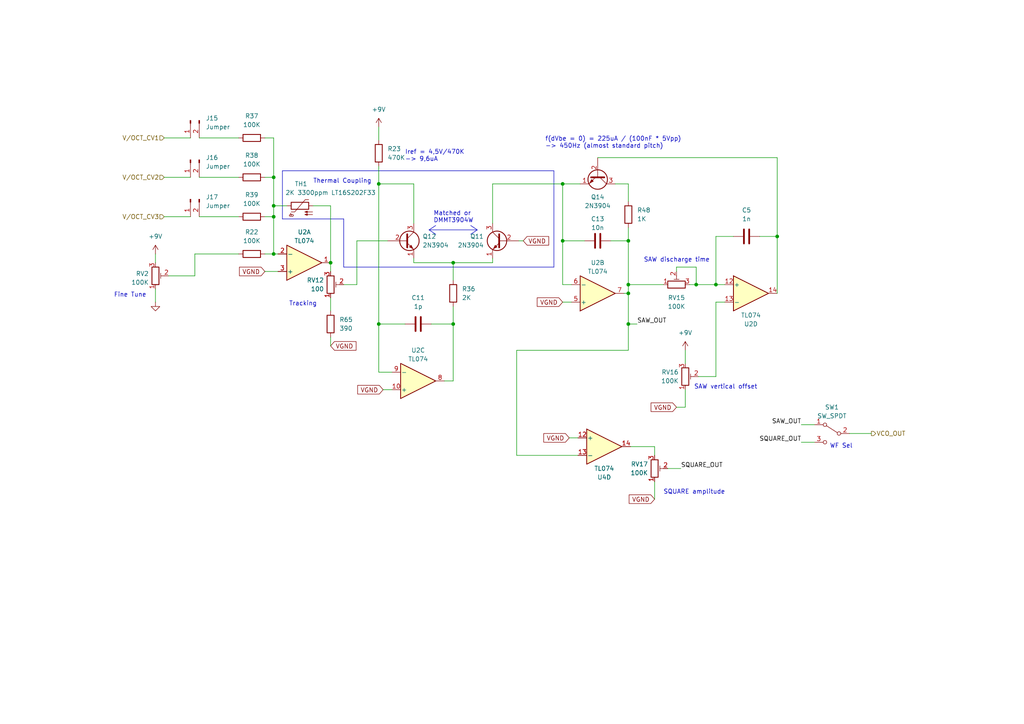
<source format=kicad_sch>
(kicad_sch (version 20230121) (generator eeschema)
  (paper "A4")
  (title_block (title "Liv Synth - VCO") (date "2022-07-18") (rev "${Version}") (company "SloBlo Labs"))
  (lib_symbols
    (symbol "Amplifier_Operational:TL074" (pin_names (offset 0.127))
      (property "Reference" "U" (at 0 5.08 0))
      (property "Value" "TL074" (at 0 -5.08 0))
      (symbol "TL074_1_1"
        (polyline (pts (xy -5.08 5.08) (xy 5.08 0) (xy -5.08 -5.08) (xy -5.08 5.08)) (stroke (width 0.254)) (fill (type background)))
        (pin output line (at 7.62 0 180) (length 2.54) (name "~") (number "1"))
        (pin input line (at -7.62 -2.54 0) (length 2.54) (name "-") (number "2"))
        (pin input line (at -7.62 2.54 0) (length 2.54) (name "+") (number "3"))
      )
      (symbol "TL074_2_1"
        (polyline (pts (xy -5.08 5.08) (xy 5.08 0) (xy -5.08 -5.08) (xy -5.08 5.08)) (stroke (width 0.254)) (fill (type background)))
        (pin input line (at -7.62 2.54 0) (length 2.54) (name "+") (number "5"))
        (pin input line (at -7.62 -2.54 0) (length 2.54) (name "-") (number "6"))
        (pin output line (at 7.62 0 180) (length 2.54) (name "~") (number "7"))
      )
      (symbol "TL074_3_1"
        (polyline (pts (xy -5.08 5.08) (xy 5.08 0) (xy -5.08 -5.08) (xy -5.08 5.08)) (stroke (width 0.254)) (fill (type background)))
        (pin input line (at -7.62 2.54 0) (length 2.54) (name "+") (number "10"))
        (pin output line (at 7.62 0 180) (length 2.54) (name "~") (number "8"))
        (pin input line (at -7.62 -2.54 0) (length 2.54) (name "-") (number "9"))
      )
      (symbol "TL074_4_1"
        (polyline (pts (xy -5.08 5.08) (xy 5.08 0) (xy -5.08 -5.08) (xy -5.08 5.08)) (stroke (width 0.254)) (fill (type background)))
        (pin input line (at -7.62 2.54 0) (length 2.54) (name "+") (number "12"))
        (pin input line (at -7.62 -2.54 0) (length 2.54) (name "-") (number "13"))
        (pin output line (at 7.62 0 180) (length 2.54) (name "~") (number "14"))
      )
      (symbol "TL074_5_1"
        (pin power_in line (at -2.54 -7.62 90) (length 3.81) (name "V-") (number "11"))
        (pin power_in line (at -2.54 7.62 270) (length 3.81) (name "V+") (number "4"))
      )
    )
    (symbol "Connector:Conn_01x02_Male" (pin_names (offset 1.016) hide)
      (property "Reference" "J" (at 0 2.54 0))
      (property "Value" "Conn_01x02_Male" (at 0 -5.08 0))
      (symbol "Conn_01x02_Male_1_1"
        (polyline (pts (xy 1.27 -2.54) (xy 0.8636 -2.54)) (stroke (width 0.1524)))
        (polyline (pts (xy 1.27 0) (xy 0.8636 0)) (stroke (width 0.1524)))
        (rectangle (start 0.8636 -2.413) (end 0 -2.667) (stroke (width 0.1524)) (fill (type outline)))
        (rectangle (start 0.8636 0.127) (end 0 -0.127) (stroke (width 0.1524)) (fill (type outline)))
        (pin passive line (at 5.08 0 180) (length 3.81) (name "Pin_1") (number "1"))
        (pin passive line (at 5.08 -2.54 180) (length 3.81) (name "Pin_2") (number "2"))
      )
    )
    (symbol "Device:C" (pin_numbers hide) (pin_names (offset 0.254))
      (property "Reference" "C" (at 0.635 2.54 0))
      (property "Value" "C" (at 0.635 -2.54 0))
      (symbol "C_0_1"
        (polyline (pts (xy -2.032 -0.762) (xy 2.032 -0.762)) (stroke (width 0.508)))
        (polyline (pts (xy -2.032 0.762) (xy 2.032 0.762)) (stroke (width 0.508)))
      )
      (symbol "C_1_1"
        (pin passive line (at 0 3.81 270) (length 2.794) (name "~") (number "1"))
        (pin passive line (at 0 -3.81 90) (length 2.794) (name "~") (number "2"))
      )
    )
    (symbol "Device:R" (pin_numbers hide) (pin_names (offset 0))
      (property "Reference" "R" (at 2.032 0 90))
      (property "Value" "R" (at 0 0 90))
      (symbol "R_0_1"
        (rectangle (start -1.016 -2.54) (end 1.016 2.54) (stroke (width 0.254)))
      )
      (symbol "R_1_1"
        (pin passive line (at 0 3.81 270) (length 1.27) (name "~") (number "1"))
        (pin passive line (at 0 -3.81 90) (length 1.27) (name "~") (number "2"))
      )
    )
    (symbol "Device:R_Potentiometer_Trim" (pin_names (offset 1.016) hide)
      (property "Reference" "RV" (at -4.445 0 90))
      (property "Value" "R_Potentiometer_Trim" (at -2.54 0 90))
      (symbol "R_Potentiometer_Trim_0_1"
        (polyline (pts (xy 1.524 0.762) (xy 1.524 -0.762)))
        (polyline (pts (xy 2.54 0) (xy 1.524 0)))
        (rectangle (start 1.016 2.54) (end -1.016 -2.54) (stroke (width 0.254)))
      )
      (symbol "R_Potentiometer_Trim_1_1"
        (pin passive line (at 0 3.81 270) (length 1.27) (name "1") (number "1"))
        (pin passive line (at 3.81 0 180) (length 1.27) (name "2") (number "2"))
        (pin passive line (at 0 -3.81 90) (length 1.27) (name "3") (number "3"))
      )
    )
    (symbol "Device:Thermistor_PTC" (pin_numbers hide) (pin_names (offset 0))
      (property "Reference" "TH" (at -4.064 0 90))
      (property "Value" "Thermistor_PTC" (at 3.048 0 90))
      (symbol "Thermistor_PTC_0_1"
        (arc (start -3.048 2.159) (mid -3.0495 2.3143) (end -3.175 2.413))
        (arc (start -3.048 2.159) (mid -2.9736 1.9794) (end -2.794 1.905))
        (arc (start -3.048 2.794) (mid -2.9736 2.6144) (end -2.794 2.54))
        (arc (start -2.794 1.905) (mid -2.6144 1.9794) (end -2.54 2.159))
        (arc (start -2.794 2.54) (mid -2.4393 2.5587) (end -2.159 2.794))
        (arc (start -2.794 3.048) (mid -2.9736 2.9736) (end -3.048 2.794))
        (arc (start -2.54 2.794) (mid -2.6144 2.9736) (end -2.794 3.048))
        (rectangle (start -1.016 2.54) (end 1.016 -2.54) (stroke (width 0.254)))
        (polyline (pts (xy -2.54 2.159) (xy -2.54 2.794)))
        (polyline (pts (xy -1.778 2.54) (xy -1.778 1.524) (xy 1.778 -1.524) (xy 1.778 -2.54)))
        (polyline (pts (xy -2.54 -3.683) (xy -2.54 -1.397) (xy -2.794 -2.159) (xy -2.286 -2.159) (xy -2.54 -1.397) (xy -2.54 -1.651)) (fill (type outline)))
        (polyline (pts (xy -1.778 -3.683) (xy -1.778 -1.397) (xy -2.032 -2.159) (xy -1.524 -2.159) (xy -1.778 -1.397) (xy -1.778 -1.651)) (fill (type outline)))
      )
      (symbol "Thermistor_PTC_1_1"
        (pin passive line (at 0 3.81 270) (length 1.27) (name "~") (number "1"))
        (pin passive line (at 0 -3.81 90) (length 1.27) (name "~") (number "2"))
      )
    )
    (symbol "Switch:SW_SPDT" (pin_names (offset 0) hide)
      (property "Reference" "SW" (at 0 4.318 0))
      (property "Value" "SW_SPDT" (at 0 -5.08 0))
      (symbol "SW_SPDT_0_0"
        (circle (center -2.032 0) (radius 0.508))
        (circle (center 2.032 -2.54) (radius 0.508))
      )
      (symbol "SW_SPDT_0_1"
        (polyline (pts (xy -1.524 0.254) (xy 1.651 2.286)))
        (circle (center 2.032 2.54) (radius 0.508))
      )
      (symbol "SW_SPDT_1_1"
        (pin passive line (at 5.08 2.54 180) (length 2.54) (name "A") (number "1"))
        (pin passive line (at -5.08 0 0) (length 2.54) (name "B") (number "2"))
        (pin passive line (at 5.08 -2.54 180) (length 2.54) (name "C") (number "3"))
      )
    )
    (symbol "Transistor_BJT:2N3904" (pin_names (offset 0) hide)
      (property "Reference" "Q" (at 5.08 1.905 0))
      (property "Value" "2N3904" (at 5.08 0 0))
      (symbol "2N3904_0_1"
        (polyline (pts (xy 0.635 0.635) (xy 2.54 2.54)))
        (polyline (pts (xy 0.635 -0.635) (xy 2.54 -2.54) (xy 2.54 -2.54)))
        (polyline (pts (xy 0.635 1.905) (xy 0.635 -1.905) (xy 0.635 -1.905)) (stroke (width 0.508)))
        (polyline (pts (xy 1.27 -1.778) (xy 1.778 -1.27) (xy 2.286 -2.286) (xy 1.27 -1.778) (xy 1.27 -1.778)) (fill (type outline)))
        (circle (center 1.27 0) (radius 2.8194) (stroke (width 0.254)))
      )
      (symbol "2N3904_1_1"
        (pin passive line (at 2.54 -5.08 90) (length 2.54) (name "E") (number "1"))
        (pin passive line (at -5.08 0 0) (length 5.715) (name "B") (number "2"))
        (pin passive line (at 2.54 5.08 270) (length 2.54) (name "C") (number "3"))
      )
    )
    (symbol "power:+9V" (power) (pin_names (offset 0))
      (property "Value" "+9V" (at 0 3.556 0))
      (symbol "+9V_0_1"
        (polyline (pts (xy -0.762 1.27) (xy 0 2.54)))
        (polyline (pts (xy 0 0) (xy 0 2.54)))
        (polyline (pts (xy 0 2.54) (xy 0.762 1.27)))
      )
      (symbol "+9V_1_1"
        (pin power_in line (at 0 0 90) (length 0) hide (name "+9V") (number "1"))
      )
    )
    (symbol "power:GND" (power) (pin_names (offset 0))
      (property "Value" "GND" (at 0 -3.81 0))
      (symbol "GND_0_1"
        (polyline (pts (xy 0 0) (xy 0 -1.27) (xy 1.27 -1.27) (xy 0 -2.54) (xy -1.27 -1.27) (xy 0 -1.27)))
      )
      (symbol "GND_1_1"
        (pin power_in line (at 0 0 270) (length 0) hide (name "GND") (number "1"))
      )
    )
  )
  (junction (at 79.375 59.69))
  (junction (at 201.93 82.55))
  (junction (at 207.645 82.55))
  (junction (at 79.375 73.66))
  (junction (at 95.885 76.2))
  (junction (at 109.855 93.98))
  (junction (at 131.445 93.98))
  (junction (at 163.195 69.85))
  (junction (at 225.425 68.58))
  (junction (at 182.245 69.85))
  (junction (at 79.375 51.435))
  (junction (at 182.245 82.55))
  (junction (at 182.245 85.09))
  (junction (at 163.195 53.34))
  (junction (at 182.245 93.98))
  (junction (at 109.855 53.34))
  (junction (at 79.375 62.865))
  (junction (at 131.445 76.2))
  (wire (pts (xy 177.165 69.85) (xy 182.245 69.85)))
  (wire (pts (xy 79.375 73.66) (xy 80.645 73.66)))
  (polyline (pts (xy 81.915 49.53) (xy 160.655 49.53)))
  (wire (pts (xy 149.86 101.6) (xy 149.86 132.08)))
  (wire (pts (xy 109.855 36.83) (xy 109.855 40.64)))
  (wire (pts (xy 207.645 109.22) (xy 202.565 109.22)))
  (wire (pts (xy 178.435 53.34) (xy 182.245 53.34)))
  (wire (pts (xy 201.93 77.47) (xy 201.93 82.55)))
  (wire (pts (xy 196.215 118.11) (xy 198.755 118.11)))
  (wire (pts (xy 163.195 82.55) (xy 165.735 82.55)))
  (wire (pts (xy 182.245 66.04) (xy 182.245 69.85)))
  (wire (pts (xy 149.86 101.6) (xy 182.245 101.6)))
  (wire (pts (xy 109.855 93.98) (xy 117.475 93.98)))
  (wire (pts (xy 207.645 68.58) (xy 207.645 82.55)))
  (wire (pts (xy 131.445 110.49) (xy 131.445 93.98)))
  (wire (pts (xy 163.195 82.55) (xy 163.195 69.85)))
  (wire (pts (xy 95.885 97.79) (xy 95.885 100.33)))
  (wire (pts (xy 232.41 123.19) (xy 236.22 123.19)))
  (wire (pts (xy 193.675 135.89) (xy 197.485 135.89)))
  (wire (pts (xy 212.725 68.58) (xy 207.645 68.58)))
  (wire (pts (xy 76.835 73.66) (xy 79.375 73.66)))
  (wire (pts (xy 142.875 53.34) (xy 163.195 53.34)))
  (wire (pts (xy 56.515 80.01) (xy 56.515 73.66)))
  (wire (pts (xy 109.855 48.26) (xy 109.855 53.34)))
  (wire (pts (xy 220.345 68.58) (xy 225.425 68.58)))
  (wire (pts (xy 57.785 51.435) (xy 69.215 51.435)))
  (wire (pts (xy 128.905 110.49) (xy 131.445 110.49)))
  (wire (pts (xy 120.015 53.34) (xy 120.015 64.77)))
  (wire (pts (xy 198.755 118.11) (xy 198.755 113.03)))
  (wire (pts (xy 182.245 93.98) (xy 184.785 93.98)))
  (polyline (pts (xy 136.525 65.405) (xy 138.43 66.675)))
  (wire (pts (xy 103.505 69.85) (xy 103.505 82.55)))
  (wire (pts (xy 173.355 45.72) (xy 225.425 45.72)))
  (wire (pts (xy 95.885 86.36) (xy 95.885 90.17)))
  (wire (pts (xy 47.625 40.005) (xy 55.245 40.005)))
  (wire (pts (xy 109.855 53.34) (xy 120.015 53.34)))
  (polyline (pts (xy 126.365 65.405) (xy 124.46 66.675)))
  (wire (pts (xy 207.645 87.63) (xy 207.645 109.22)))
  (wire (pts (xy 225.425 68.58) (xy 225.425 45.72)))
  (wire (pts (xy 109.855 53.34) (xy 109.855 93.98)))
  (wire (pts (xy 120.015 76.2) (xy 131.445 76.2)))
  (wire (pts (xy 182.245 53.34) (xy 182.245 58.42)))
  (wire (pts (xy 210.185 87.63) (xy 207.645 87.63)))
  (wire (pts (xy 163.195 69.85) (xy 163.195 53.34)))
  (wire (pts (xy 182.245 85.09) (xy 180.975 85.09)))
  (wire (pts (xy 196.215 77.47) (xy 201.93 77.47)))
  (wire (pts (xy 109.855 93.98) (xy 109.855 107.95)))
  (wire (pts (xy 246.38 125.73) (xy 252.73 125.73)))
  (polyline (pts (xy 160.655 77.47) (xy 99.695 77.47)))
  (wire (pts (xy 76.835 51.435) (xy 79.375 51.435)))
  (wire (pts (xy 163.195 87.63) (xy 165.735 87.63)))
  (wire (pts (xy 47.625 62.865) (xy 55.245 62.865)))
  (wire (pts (xy 111.125 113.03) (xy 113.665 113.03)))
  (wire (pts (xy 79.375 51.435) (xy 79.375 59.69)))
  (wire (pts (xy 79.375 62.865) (xy 79.375 59.69)))
  (wire (pts (xy 182.245 69.85) (xy 182.245 82.55)))
  (polyline (pts (xy 160.655 49.53) (xy 160.655 77.47)))
  (wire (pts (xy 79.375 40.005) (xy 79.375 51.435)))
  (wire (pts (xy 182.88 129.54) (xy 189.865 129.54)))
  (wire (pts (xy 201.93 82.55) (xy 207.645 82.55)))
  (wire (pts (xy 207.645 82.55) (xy 210.185 82.55)))
  (polyline (pts (xy 99.695 77.47) (xy 99.695 63.5)))
  (polyline (pts (xy 124.46 66.675) (xy 126.365 67.945)))
  (polyline (pts (xy 81.915 49.53) (xy 81.915 63.5)))
  (wire (pts (xy 150.495 69.85) (xy 151.765 69.85)))
  (wire (pts (xy 131.445 76.2) (xy 142.875 76.2)))
  (wire (pts (xy 120.015 74.93) (xy 120.015 76.2)))
  (wire (pts (xy 165.1 127) (xy 167.64 127)))
  (wire (pts (xy 189.865 144.78) (xy 189.865 139.7)))
  (wire (pts (xy 57.785 62.865) (xy 69.215 62.865)))
  (wire (pts (xy 90.805 59.69) (xy 95.885 59.69)))
  (wire (pts (xy 196.215 78.74) (xy 196.215 77.47)))
  (wire (pts (xy 103.505 69.85) (xy 112.395 69.85)))
  (wire (pts (xy 182.245 82.55) (xy 182.245 85.09)))
  (wire (pts (xy 232.41 128.27) (xy 236.22 128.27)))
  (wire (pts (xy 45.085 76.2) (xy 45.085 73.66)))
  (wire (pts (xy 142.875 64.77) (xy 142.875 53.34)))
  (wire (pts (xy 56.515 73.66) (xy 69.215 73.66)))
  (wire (pts (xy 163.195 69.85) (xy 169.545 69.85)))
  (wire (pts (xy 47.625 51.435) (xy 55.245 51.435)))
  (wire (pts (xy 95.885 76.2) (xy 95.885 78.74)))
  (wire (pts (xy 182.245 85.09) (xy 182.245 93.98)))
  (polyline (pts (xy 124.46 66.675) (xy 138.43 66.675)))
  (wire (pts (xy 131.445 93.98) (xy 131.445 88.9)))
  (wire (pts (xy 95.885 59.69) (xy 95.885 76.2)))
  (wire (pts (xy 125.095 93.98) (xy 131.445 93.98)))
  (wire (pts (xy 131.445 76.2) (xy 131.445 81.28)))
  (wire (pts (xy 57.785 40.005) (xy 69.215 40.005)))
  (polyline (pts (xy 136.525 67.945) (xy 138.43 66.675)))
  (wire (pts (xy 182.245 101.6) (xy 182.245 93.98)))
  (polyline (pts (xy 99.695 63.5) (xy 81.915 63.5)))
  (wire (pts (xy 99.695 82.55) (xy 103.505 82.55)))
  (wire (pts (xy 109.855 107.95) (xy 113.665 107.95)))
  (wire (pts (xy 76.835 62.865) (xy 79.375 62.865)))
  (wire (pts (xy 142.875 76.2) (xy 142.875 74.93)))
  (wire (pts (xy 198.755 101.6) (xy 198.755 105.41)))
  (wire (pts (xy 76.835 40.005) (xy 79.375 40.005)))
  (wire (pts (xy 189.865 129.54) (xy 189.865 132.08)))
  (wire (pts (xy 45.085 83.82) (xy 45.085 87.63)))
  (wire (pts (xy 163.195 53.34) (xy 168.275 53.34)))
  (wire (pts (xy 149.86 132.08) (xy 167.64 132.08)))
  (wire (pts (xy 79.375 73.66) (xy 79.375 62.865)))
  (wire (pts (xy 48.895 80.01) (xy 56.515 80.01)))
  (wire (pts (xy 76.835 78.74) (xy 80.645 78.74)))
  (wire (pts (xy 182.245 82.55) (xy 192.405 82.55)))
  (wire (pts (xy 200.025 82.55) (xy 201.93 82.55)))
  (wire (pts (xy 225.425 85.09) (xy 225.425 68.58)))
  (wire (pts (xy 79.375 59.69) (xy 83.185 59.69)))
  (text "f(dVbe = 0) = 225uA / (100nF * 5Vpp)\n-> 450Hz (almost standard pitch)" (at 158.115 43.18 0) (effects (font (size 1.27 1.27)) (justify left bottom)))
  (text "WF Sel" (at 240.665 130.175 0) (effects (font (size 1.27 1.27)) (justify left bottom)))
  (text "SAW discharge time" (at 186.69 76.2 0) (effects (font (size 1.27 1.27)) (justify left bottom)))
  (text "Iref = 4,5V/470K\n-> 9,6uA" (at 117.475 46.99 0) (effects (font (size 1.27 1.27)) (justify left bottom)))
  (text "Tracking" (at 83.82 88.9 0) (effects (font (size 1.27 1.27)) (justify left bottom)))
  (text "Matched or\nDMMT3904W" (at 125.73 64.77 0) (effects (font (size 1.27 1.27)) (justify left bottom)))
  (text "SQUARE amplitude" (at 192.405 143.51 0) (effects (font (size 1.27 1.27)) (justify left bottom)))
  (text "Thermal Coupling" (at 90.805 53.34 0) (effects (font (size 1.27 1.27)) (justify left bottom)))
  (text "Fine Tune" (at 33.02 86.36 0) (effects (font (size 1.27 1.27)) (justify left bottom)))
  (text "SAW vertical offset" (at 201.295 113.03 0) (effects (font (size 1.27 1.27)) (justify left bottom)))
  (label "SQUARE_OUT" (at 197.485 135.89 0))
  (label "SAW_OUT" (at 232.41 123.19 180))
  (label "SAW_OUT" (at 184.785 93.98 0))
  (label "SQUARE_OUT" (at 232.41 128.27 180))
  (global_label "VGND" (shape input) (at 151.765 69.85 0) (property "Intersheetrefs" "${INTERSHEET_REFS}" (effects hide)))
  (global_label "VGND" (shape input) (at 196.215 118.11 180) (property "Intersheetrefs" "${INTERSHEET_REFS}" (effects hide)))
  (global_label "VGND" (shape input) (at 165.1 127 180) (property "Intersheetrefs" "${INTERSHEET_REFS}" (effects hide)))
  (global_label "VGND" (shape input) (at 163.195 87.63 180) (property "Intersheetrefs" "${INTERSHEET_REFS}" (effects hide)))
  (global_label "VGND" (shape input) (at 111.125 113.03 180) (property "Intersheetrefs" "${INTERSHEET_REFS}" (effects hide)))
  (global_label "VGND" (shape input) (at 95.885 100.33 0) (property "Intersheetrefs" "${INTERSHEET_REFS}" (effects hide)))
  (global_label "VGND" (shape input) (at 189.865 144.78 180) (property "Intersheetrefs" "${INTERSHEET_REFS}" (effects hide)))
  (global_label "VGND" (shape input) (at 76.835 78.74 180) (property "Intersheetrefs" "${INTERSHEET_REFS}" (effects hide)))
  (hierarchical_label "VCO_OUT" (shape output) (at 252.73 125.73 0))
  (hierarchical_label "V{slash}OCT_CV1" (shape input) (at 47.625 40.005 180))
  (hierarchical_label "V{slash}OCT_CV2" (shape input) (at 47.625 51.435 180))
  (hierarchical_label "V{slash}OCT_CV3" (shape input) (at 47.625 62.865 180))
  (symbol (lib_id "Device:R") (at 73.025 62.865 90) (unit 1)
    (property "Reference" "R39" (at 73.025 56.515 90))
    (property "Value" "100K" (at 73.025 59.055 90))
    (property "Footprint" "Resistor_THT:R_Axial_DIN0207_L6.3mm_D2.5mm_P7.62mm_Horizontal" (effects hide))
  )
  (symbol (lib_id "Connector:Conn_01x02_Male") (at 55.245 46.355 90) (mirror x) (unit 1)
    (property "Reference" "J16" (at 59.69 45.7199 90) (effects (justify right)))
    (property "Value" "Jumper" (at 59.69 48.2599 90) (effects (justify right)))
    (property "Footprint" "Connector_PinHeader_2.54mm:PinHeader_1x02_P2.54mm_Vertical" (effects hide))
  )
  (symbol (lib_id "Device:R") (at 182.245 62.23 0) (unit 1)
    (property "Reference" "R48" (at 184.785 60.9599 0) (effects (justify left)))
    (property "Value" "1K" (at 184.785 63.4999 0) (effects (justify left)))
    (property "Footprint" "Resistor_THT:R_Axial_DIN0207_L6.3mm_D2.5mm_P7.62mm_Horizontal" (effects hide))
  )
  (symbol (lib_id "power:+9V") (at 109.855 36.83 0) (unit 1)
    (property "Reference" "#PWR046" (effects hide))
    (property "Value" "+9V" (at 109.855 31.75 0))
  )
  (symbol (lib_id "Amplifier_Operational:TL074") (at 88.265 76.2 0) (mirror x) (unit 1)
    (property "Reference" "U2" (at 88.265 67.31 0))
    (property "Value" "TL074" (at 88.265 69.85 0))
    (property "Footprint" "Package_SO:SOIC-14_3.9x8.7mm_P1.27mm" (effects hide))
    (property "Datasheet" "http://www.ti.com/lit/ds/symlink/tl071.pdf" (effects hide))
    (property "LCSC" "C2057504" (effects hide))
  )
  (symbol (lib_id "Device:R") (at 131.445 85.09 0) (unit 1)
    (property "Reference" "R36" (at 133.985 83.8199 0) (effects (justify left)))
    (property "Value" "2K" (at 133.985 86.3599 0) (effects (justify left)))
    (property "Footprint" "Resistor_THT:R_Axial_DIN0207_L6.3mm_D2.5mm_P7.62mm_Horizontal" (effects hide))
  )
  (symbol (lib_id "Device:C") (at 121.285 93.98 90) (unit 1)
    (property "Reference" "C11" (at 121.285 86.36 90))
    (property "Value" "1p" (at 121.285 88.9 90))
    (property "Footprint" "Capacitor_THT:C_Disc_D3.0mm_W1.6mm_P2.50mm" (effects hide))
  )
  (symbol (lib_id "power:+9V") (at 45.085 73.66 0) (unit 1)
    (property "Reference" "#PWR047" (effects hide))
    (property "Value" "+9V" (at 45.085 68.58 0))
  )
  (symbol (lib_id "power:GND") (at 45.085 87.63 0) (unit 1)
    (property "Reference" "#PWR048" (effects hide))
    (property "Value" "GND" (effects hide))
  )
  (symbol (lib_id "Amplifier_Operational:TL074") (at 175.26 129.54 0) (unit 4)
    (property "Reference" "U4" (at 175.26 138.43 0))
    (property "Value" "TL074" (at 175.26 135.89 0))
    (property "Footprint" "Package_SO:SOIC-14_3.9x8.7mm_P1.27mm" (effects hide))
    (property "Datasheet" "http://www.ti.com/lit/ds/symlink/tl071.pdf" (effects hide))
    (property "LCSC" "C2057504" (effects hide))
  )
  (symbol (lib_id "Device:R") (at 73.025 51.435 90) (unit 1)
    (property "Reference" "R38" (at 73.025 45.085 90))
    (property "Value" "100K" (at 73.025 47.625 90))
    (property "Footprint" "Resistor_THT:R_Axial_DIN0207_L6.3mm_D2.5mm_P7.62mm_Horizontal" (effects hide))
  )
  (symbol (lib_id "Device:R_Potentiometer_Trim") (at 198.755 109.22 0) (mirror x) (unit 1)
    (property "Reference" "RV16" (at 196.85 107.9499 0) (effects (justify right)))
    (property "Value" "100K" (at 196.85 110.4899 0) (effects (justify right)))
    (property "Footprint" "SloBlo:Potentiometer_Bourns_3296W_Vertical" (effects hide))
  )
  (symbol (lib_id "Transistor_BJT:2N3904") (at 145.415 69.85 0) (mirror y) (unit 1)
    (property "Reference" "Q11" (at 140.335 68.5799 0) (effects (justify left)))
    (property "Value" "2N3904" (at 140.335 71.1199 0) (effects (justify left)))
    (property "Footprint" "Package_TO_SOT_THT:TO-92_Inline" (effects hide))
    (property "Datasheet" "https://www.onsemi.com/pub/Collateral/2N3903-D.PDF" (effects hide))
  )
  (symbol (lib_id "Device:R_Potentiometer_Trim") (at 95.885 82.55 0) (mirror x) (unit 1)
    (property "Reference" "RV12" (at 93.98 81.2799 0) (effects (justify right)))
    (property "Value" "100" (at 93.98 83.8199 0) (effects (justify right)))
    (property "Footprint" "SloBlo:Potentiometer_Bourns_3296W_Vertical" (effects hide))
  )
  (symbol (lib_id "Device:R") (at 73.025 73.66 90) (unit 1)
    (property "Reference" "R22" (at 73.025 67.31 90))
    (property "Value" "100K" (at 73.025 69.85 90))
    (property "Footprint" "Resistor_THT:R_Axial_DIN0207_L6.3mm_D2.5mm_P7.62mm_Horizontal" (effects hide))
  )
  (symbol (lib_id "Device:C") (at 173.355 69.85 90) (unit 1)
    (property "Reference" "C13" (at 173.355 63.5 90))
    (property "Value" "10n" (at 173.355 66.04 90))
    (property "Footprint" "Capacitor_THT:C_Rect_L7.2mm_W2.5mm_P5.00mm_FKS2_FKP2_MKS2_MKP2" (effects hide))
  )
  (symbol (lib_id "Transistor_BJT:2N3904") (at 173.355 50.8 270) (unit 1)
    (property "Reference" "Q14" (at 173.355 57.15 90))
    (property "Value" "2N3904" (at 173.355 59.69 90))
    (property "Footprint" "Package_TO_SOT_THT:TO-92_Inline" (effects hide))
    (property "Datasheet" "https://www.onsemi.com/pub/Collateral/2N3903-D.PDF" (effects hide))
  )
  (symbol (lib_id "Connector:Conn_01x02_Male") (at 55.245 57.785 90) (mirror x) (unit 1)
    (property "Reference" "J17" (at 59.69 57.1499 90) (effects (justify right)))
    (property "Value" "Jumper" (at 59.69 59.6899 90) (effects (justify right)))
    (property "Footprint" "Connector_PinHeader_2.54mm:PinHeader_1x02_P2.54mm_Vertical" (effects hide))
  )
  (symbol (lib_id "Amplifier_Operational:TL074") (at 121.285 110.49 0) (mirror x) (unit 3)
    (property "Reference" "U2" (at 121.285 101.6 0))
    (property "Value" "TL074" (at 121.285 104.14 0))
    (property "Footprint" "Package_SO:SOIC-14_3.9x8.7mm_P1.27mm" (effects hide))
    (property "Datasheet" "http://www.ti.com/lit/ds/symlink/tl071.pdf" (effects hide))
    (property "LCSC" "C2057504" (effects hide))
  )
  (symbol (lib_id "Device:R_Potentiometer_Trim") (at 196.215 82.55 90) (unit 1)
    (property "Reference" "RV15" (at 196.215 86.36 90))
    (property "Value" "100K" (at 196.215 88.9 90))
    (property "Footprint" "SloBlo:Potentiometer_Bourns_3296W_Vertical" (effects hide))
  )
  (symbol (lib_id "power:+9V") (at 198.755 101.6 0) (unit 1)
    (property "Reference" "#PWR049" (effects hide))
    (property "Value" "+9V" (at 198.755 96.52 0))
  )
  (symbol (lib_id "Device:C") (at 216.535 68.58 90) (unit 1)
    (property "Reference" "C5" (at 216.535 60.96 90))
    (property "Value" "1n" (at 216.535 63.5 90))
    (property "Footprint" "Capacitor_THT:C_Rect_L7.2mm_W2.5mm_P5.00mm_FKS2_FKP2_MKS2_MKP2" (effects hide))
  )
  (symbol (lib_id "Device:Thermistor_PTC") (at 86.995 59.69 90) (unit 1)
    (property "Reference" "TH1" (at 87.3125 53.34 90))
    (property "Value" "2K 3300ppm LT16S202F33" (at 95.885 55.88 90))
    (property "Footprint" "Resistor_THT:R_Axial_DIN0207_L6.3mm_D2.5mm_P7.62mm_Horizontal" (effects hide))
  )
  (symbol (lib_id "Amplifier_Operational:TL074") (at 217.805 85.09 0) (unit 4)
    (property "Reference" "U2" (at 217.805 93.98 0))
    (property "Value" "TL074" (at 217.805 91.44 0))
    (property "Footprint" "Package_SO:SOIC-14_3.9x8.7mm_P1.27mm" (effects hide))
    (property "Datasheet" "http://www.ti.com/lit/ds/symlink/tl071.pdf" (effects hide))
    (property "LCSC" "C2057504" (effects hide))
  )
  (symbol (lib_id "Connector:Conn_01x02_Male") (at 55.245 34.925 90) (mirror x) (unit 1)
    (property "Reference" "J15" (at 59.69 34.2899 90) (effects (justify right)))
    (property "Value" "Jumper" (at 59.69 36.8299 90) (effects (justify right)))
    (property "Footprint" "Connector_PinHeader_2.54mm:PinHeader_1x02_P2.54mm_Vertical" (effects hide))
  )
  (symbol (lib_id "Switch:SW_SPDT") (at 241.3 125.73 0) (mirror y) (unit 1)
    (property "Reference" "SW1" (at 241.3 118.11 0))
    (property "Value" "SW_SPDT" (at 241.3 120.65 0))
    (property "Footprint" "SloBlo:SW_Toggle_MS500" (effects hide))
  )
  (symbol (lib_id "Device:R") (at 73.025 40.005 90) (unit 1)
    (property "Reference" "R37" (at 73.025 33.655 90))
    (property "Value" "100K" (at 73.025 36.195 90))
    (property "Footprint" "Resistor_THT:R_Axial_DIN0207_L6.3mm_D2.5mm_P7.62mm_Horizontal" (effects hide))
  )
  (symbol (lib_id "Device:R_Potentiometer_Trim") (at 45.085 80.01 0) (mirror x) (unit 1)
    (property "Reference" "RV2" (at 43.18 79.375 0) (effects (justify right)))
    (property "Value" "100K" (at 43.18 81.915 0) (effects (justify right)))
    (property "Footprint" "SloBlo:Potentiometer_Bourns_3296W_Vertical" (effects hide))
  )
  (symbol (lib_id "Transistor_BJT:2N3904") (at 117.475 69.85 0) (unit 1)
    (property "Reference" "Q12" (at 122.555 68.5799 0) (effects (justify left)))
    (property "Value" "2N3904" (at 122.555 71.1199 0) (effects (justify left)))
    (property "Footprint" "Package_TO_SOT_THT:TO-92_Inline" (effects hide))
    (property "Datasheet" "https://www.onsemi.com/pub/Collateral/2N3903-D.PDF" (effects hide))
  )
  (symbol (lib_id "Device:R") (at 95.885 93.98 0) (unit 1)
    (property "Reference" "R65" (at 98.425 92.7099 0) (effects (justify left)))
    (property "Value" "390" (at 98.425 95.2499 0) (effects (justify left)))
    (property "Footprint" "Resistor_THT:R_Axial_DIN0207_L6.3mm_D2.5mm_P7.62mm_Horizontal" (effects hide))
  )
  (symbol (lib_id "Device:R") (at 109.855 44.45 0) (unit 1)
    (property "Reference" "R23" (at 112.395 43.1799 0) (effects (justify left)))
    (property "Value" "470K" (at 112.395 45.72 0) (effects (justify left)))
    (property "Footprint" "Resistor_THT:R_Axial_DIN0207_L6.3mm_D2.5mm_P7.62mm_Horizontal" (effects hide))
  )
  (symbol (lib_id "Amplifier_Operational:TL074") (at 173.355 85.09 0) (mirror x) (unit 2)
    (property "Reference" "U2" (at 173.355 76.2 0))
    (property "Value" "TL074" (at 173.355 78.74 0))
    (property "Footprint" "Package_SO:SOIC-14_3.9x8.7mm_P1.27mm" (effects hide))
    (property "Datasheet" "http://www.ti.com/lit/ds/symlink/tl071.pdf" (effects hide))
    (property "LCSC" "C2057504" (effects hide))
  )
  (symbol (lib_id "Device:R_Potentiometer_Trim") (at 189.865 135.89 0) (mirror x) (unit 1)
    (property "Reference" "RV17" (at 187.96 134.6199 0) (effects (justify right)))
    (property "Value" "100K" (at 187.96 137.1599 0) (effects (justify right)))
    (property "Footprint" "SloBlo:Potentiometer_Bourns_3296W_Vertical" (effects hide))
  )
)
</source>
